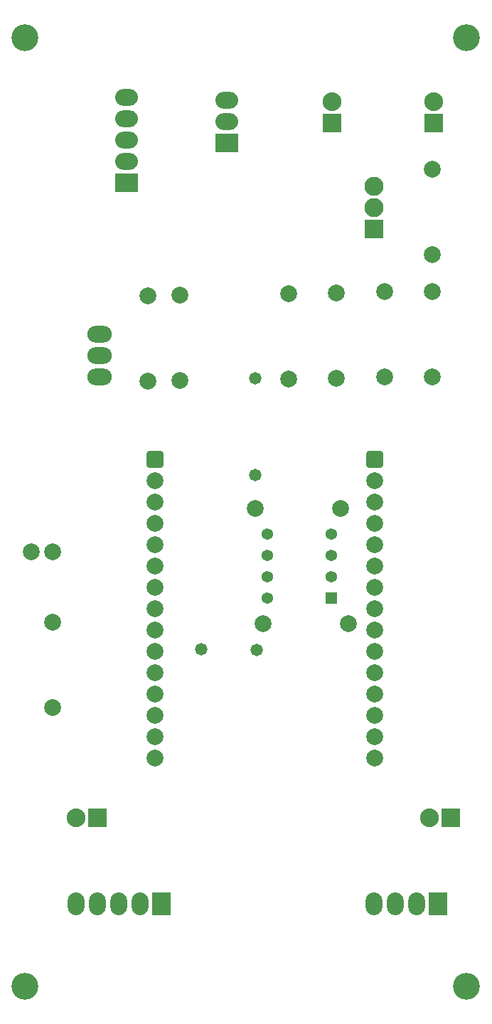
<source format=gbs>
G04*
G04 #@! TF.GenerationSoftware,Altium Limited,Altium Designer,21.5.1 (32)*
G04*
G04 Layer_Color=16711935*
%FSLAX44Y44*%
%MOMM*%
G71*
G04*
G04 #@! TF.SameCoordinates,6957E51B-72B2-4F9C-87A1-2D053477FA67*
G04*
G04*
G04 #@! TF.FilePolarity,Negative*
G04*
G01*
G75*
%ADD28C,2.0032*%
%ADD29R,1.3632X1.3632*%
%ADD30C,1.3632*%
%ADD31O,2.7032X2.0032*%
%ADD32R,2.7032X2.2032*%
%ADD33R,2.2352X2.2352*%
%ADD34C,2.2352*%
%ADD35O,2.9032X2.0032*%
%ADD36R,2.2732X2.2732*%
%ADD37C,2.2732*%
%ADD38O,2.0032X2.7032*%
G04:AMPARAMS|DCode=39|XSize=2.0032mm|YSize=2.0032mm|CornerRadius=0.3266mm|HoleSize=0mm|Usage=FLASHONLY|Rotation=270.000|XOffset=0mm|YOffset=0mm|HoleType=Round|Shape=RoundedRectangle|*
%AMROUNDEDRECTD39*
21,1,2.0032,1.3500,0,0,270.0*
21,1,1.3500,2.0032,0,0,270.0*
1,1,0.6532,-0.6750,-0.6750*
1,1,0.6532,-0.6750,0.6750*
1,1,0.6532,0.6750,0.6750*
1,1,0.6532,0.6750,-0.6750*
%
%ADD39ROUNDEDRECTD39*%
%ADD40R,2.2352X2.2352*%
%ADD41R,2.2032X2.7032*%
%ADD42C,3.2032*%
%ADD43C,1.4732*%
D28*
X353060Y759460D02*
D03*
Y861060D02*
D03*
X415290Y605790D02*
D03*
X313690D02*
D03*
X322580Y468630D02*
D03*
X424180D02*
D03*
X524510Y863600D02*
D03*
Y762000D02*
D03*
X185420Y756920D02*
D03*
Y858520D02*
D03*
X223520Y758190D02*
D03*
Y859790D02*
D03*
X72390Y368300D02*
D03*
X194180Y486010D02*
D03*
X455930Y638410D02*
D03*
X467360Y762000D02*
D03*
X410210Y862330D02*
D03*
X72390Y469900D02*
D03*
X72390Y553721D02*
D03*
X524510Y1009650D02*
D03*
X455930Y333610D02*
D03*
X194180D02*
D03*
X410210Y760730D02*
D03*
X46990Y553719D02*
D03*
X524510Y908050D02*
D03*
X455930Y359010D02*
D03*
X194180Y460610D02*
D03*
X455930Y308610D02*
D03*
X467360Y863600D02*
D03*
X194180Y308610D02*
D03*
X455930Y613010D02*
D03*
Y587610D02*
D03*
Y562210D02*
D03*
Y511410D02*
D03*
Y486010D02*
D03*
Y460610D02*
D03*
Y435210D02*
D03*
Y384410D02*
D03*
Y409810D02*
D03*
Y536810D02*
D03*
X194180Y638410D02*
D03*
Y613010D02*
D03*
Y587610D02*
D03*
Y562210D02*
D03*
Y511410D02*
D03*
Y435210D02*
D03*
Y359010D02*
D03*
Y384410D02*
D03*
Y409810D02*
D03*
Y536810D02*
D03*
D29*
X403860Y499110D02*
D03*
D30*
Y524510D02*
D03*
Y549910D02*
D03*
Y575310D02*
D03*
X327660D02*
D03*
Y549910D02*
D03*
Y524510D02*
D03*
Y499110D02*
D03*
D31*
X160020Y1043940D02*
D03*
Y1018540D02*
D03*
Y1069340D02*
D03*
Y1094740D02*
D03*
X279905Y1066035D02*
D03*
Y1091435D02*
D03*
D32*
X160020Y993140D02*
D03*
X279905Y1040635D02*
D03*
D33*
X405130Y1064260D02*
D03*
X525780D02*
D03*
D34*
X405130Y1089660D02*
D03*
X525780D02*
D03*
X100330Y237490D02*
D03*
X520700D02*
D03*
D35*
X128270Y812800D02*
D03*
Y787400D02*
D03*
Y762000D02*
D03*
D36*
X454660Y938530D02*
D03*
D37*
Y963930D02*
D03*
Y989330D02*
D03*
D38*
X480060Y134620D02*
D03*
X505460D02*
D03*
X176530D02*
D03*
X454660D02*
D03*
X100330D02*
D03*
X125730D02*
D03*
X151130D02*
D03*
D39*
X455930Y663810D02*
D03*
X194180D02*
D03*
D40*
X125730Y237490D02*
D03*
X546100D02*
D03*
D41*
X201930Y134620D02*
D03*
X530860D02*
D03*
D42*
X39370Y1165860D02*
D03*
Y36830D02*
D03*
X565150D02*
D03*
Y1165860D02*
D03*
D43*
X314960Y436880D02*
D03*
X248920Y438150D02*
D03*
X313690Y760730D02*
D03*
Y645160D02*
D03*
M02*

</source>
